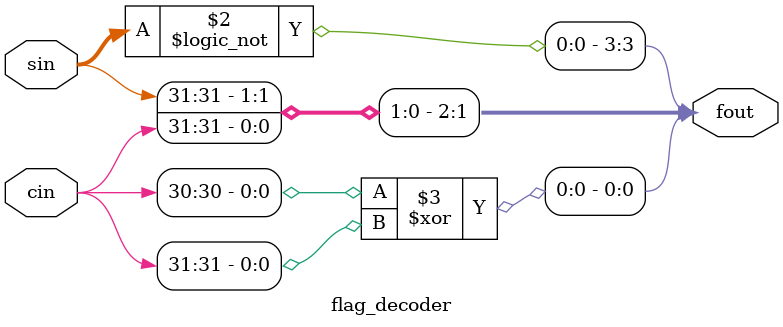
<source format=v>
module flag_decoder(
  sin,
  cin,

  fout
);

  parameter W = 32;

  // Input and outputs
  input [W-1:0] sin;
  input [W-1:0] cin;

  output reg [3:0] fout;


  // Compute fout.
  // z_flag(fout[3]), n_flag(fout[2]), c_flag(fout[1]), v_flag(fout[0])
  always @(*)
    begin
      fout[3] = !sin;
      fout[2] = sin[W-1];
      fout[1] = cin[W-1];
      fout[0] = cin[W-2] ^ cin[W-1];
    end

endmodule
</source>
